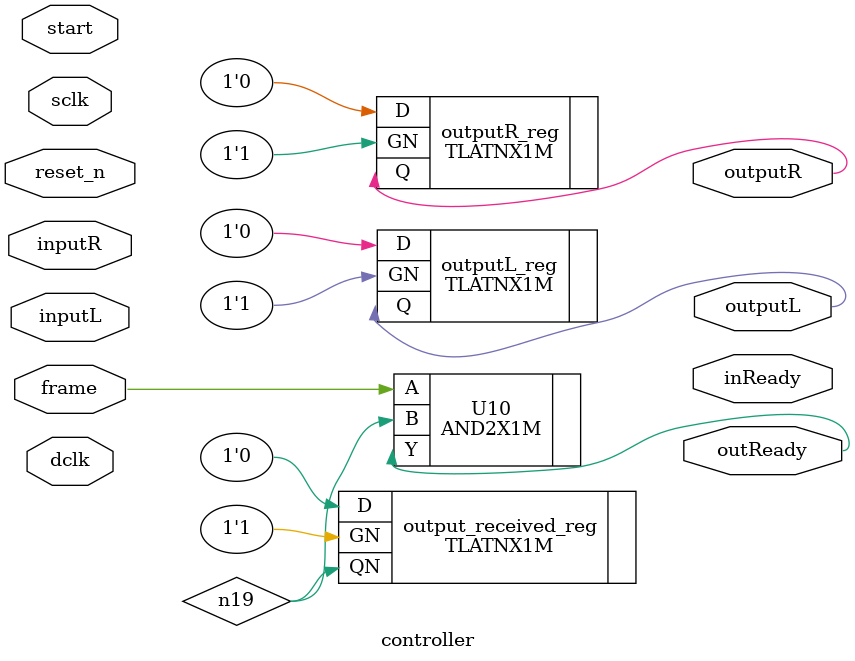
<source format=v>
`timescale 1ns/1ps
`include "../18m.v"

module controller ( sclk, dclk, start, reset_n, inputL, inputR, frame, inReady, 
        outReady, outputL, outputR );
  input sclk, dclk, start, reset_n, inputL, inputR, frame;
  output inReady, outReady, outputL, outputR;
  wire   n19;

  TLATNX1M output_received_reg ( .D(1'b0), .GN(1'b1), .QN(n19) );
  TLATNX1M outputR_reg ( .D(1'b0), .GN(1'b1), .Q(outputR) );
  TLATNX1M outputL_reg ( .D(1'b0), .GN(1'b1), .Q(outputL) );
  AND2X1M U10 ( .A(frame), .B(n19), .Y(outReady) );
endmodule


</source>
